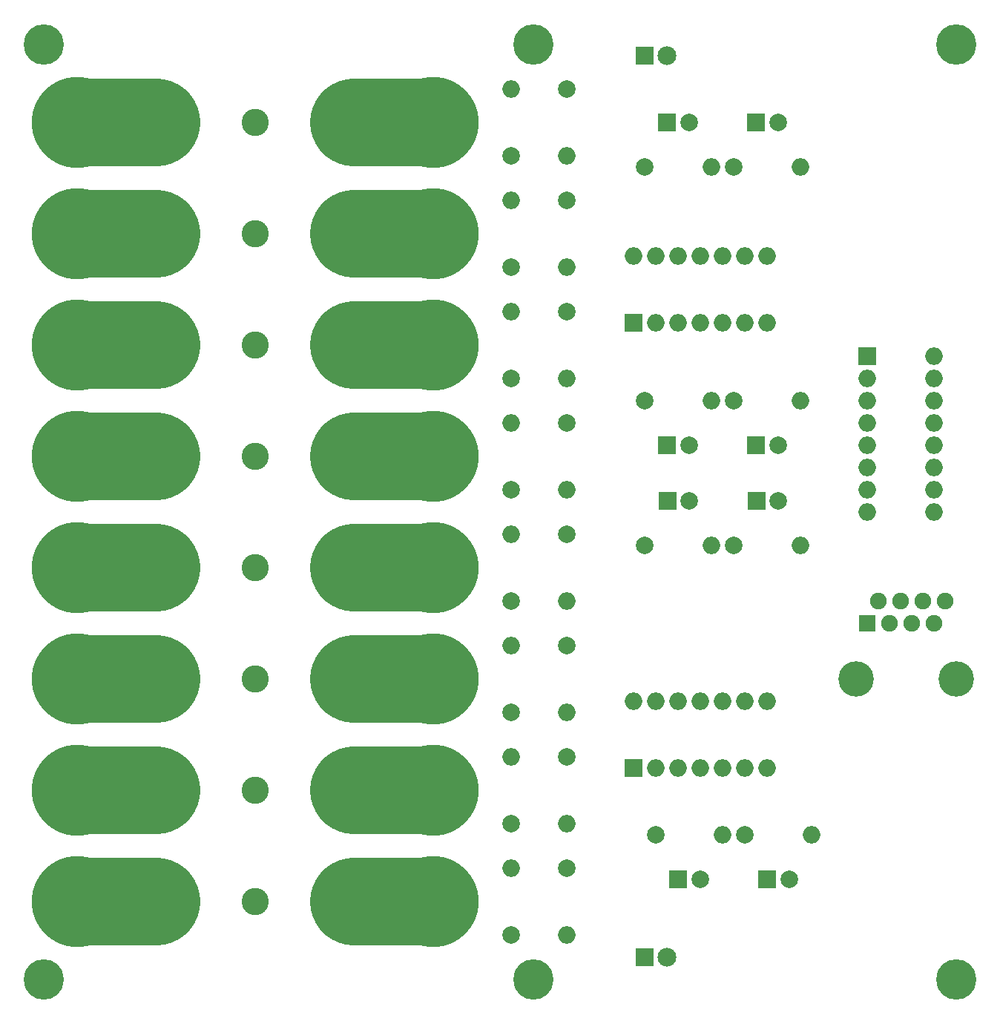
<source format=gbr>
G04 #@! TF.FileFunction,Soldermask,Bot*
%FSLAX46Y46*%
G04 Gerber Fmt 4.6, Leading zero omitted, Abs format (unit mm)*
G04 Created by KiCad (PCBNEW 4.0.7) date 01/04/18 11:03:44*
%MOMM*%
%LPD*%
G01*
G04 APERTURE LIST*
%ADD10C,0.100000*%
%ADD11C,10.000000*%
%ADD12C,4.600000*%
%ADD13C,3.400000*%
%ADD14C,3.100000*%
%ADD15C,4.050000*%
%ADD16R,1.900000X1.900000*%
%ADD17C,1.900000*%
%ADD18R,2.000000X2.000000*%
%ADD19O,2.000000X2.000000*%
%ADD20C,10.400000*%
%ADD21C,2.000000*%
%ADD22R,2.150000X2.150000*%
%ADD23C,2.150000*%
G04 APERTURE END LIST*
D10*
D11*
X7620000Y12700000D02*
X16690000Y12700000D01*
X7620000Y25400000D02*
X16690000Y25400000D01*
X7620000Y38100000D02*
X16690000Y38100000D01*
X7620000Y50800000D02*
X16690000Y50800000D01*
X7620000Y63500000D02*
X16690000Y63500000D01*
X7620000Y76200000D02*
X16690000Y76200000D01*
X7620000Y88900000D02*
X16690000Y88900000D01*
X7620000Y101600000D02*
X16690000Y101600000D01*
X39190000Y63500000D02*
X48260000Y63500000D01*
X39190000Y12700000D02*
X48260000Y12700000D01*
X39190000Y25400000D02*
X48260000Y25400000D01*
X39190000Y38100000D02*
X48260000Y38100000D01*
X39190000Y50800000D02*
X48260000Y50800000D01*
X39190000Y76200000D02*
X48260000Y76200000D01*
X39190000Y88900000D02*
X48260000Y88900000D01*
X39190000Y101600000D02*
X48260000Y101600000D01*
D12*
X59690000Y3810000D03*
X59690000Y110490000D03*
X3810000Y110490000D03*
X107950000Y110490000D03*
X107950000Y3810000D03*
D13*
X39190000Y88900000D03*
X16690000Y88900000D03*
D14*
X27940000Y88900000D03*
D13*
X39190000Y101600000D03*
X16690000Y101600000D03*
D14*
X27940000Y101600000D03*
D15*
X107950000Y38100000D03*
X96520000Y38100000D03*
D16*
X97790000Y44450000D03*
D17*
X99060000Y46990000D03*
X100330000Y44450000D03*
X101600000Y46990000D03*
X102870000Y44450000D03*
X104140000Y46990000D03*
X105410000Y44450000D03*
X106680000Y46990000D03*
D18*
X97790000Y74930000D03*
D19*
X105410000Y57150000D03*
X97790000Y72390000D03*
X105410000Y59690000D03*
X97790000Y69850000D03*
X105410000Y62230000D03*
X97790000Y67310000D03*
X105410000Y64770000D03*
X97790000Y64770000D03*
X105410000Y67310000D03*
X97790000Y62230000D03*
X105410000Y69850000D03*
X97790000Y59690000D03*
X105410000Y72390000D03*
X97790000Y57150000D03*
X105410000Y74930000D03*
D13*
X39190000Y63500000D03*
X16690000Y63500000D03*
D14*
X27940000Y63500000D03*
D20*
X48260000Y88900000D03*
D18*
X71120000Y27940000D03*
D19*
X86360000Y35560000D03*
X73660000Y27940000D03*
X83820000Y35560000D03*
X76200000Y27940000D03*
X81280000Y35560000D03*
X78740000Y27940000D03*
X78740000Y35560000D03*
X81280000Y27940000D03*
X76200000Y35560000D03*
X83820000Y27940000D03*
X73660000Y35560000D03*
X86360000Y27940000D03*
X71120000Y35560000D03*
D20*
X7620000Y63500000D03*
X48260000Y76200000D03*
X48260000Y63500000D03*
X7620000Y50800000D03*
X7620000Y38100000D03*
X7620000Y25400000D03*
D21*
X57150000Y59690000D03*
D19*
X57150000Y67310000D03*
D21*
X63500000Y67310000D03*
D19*
X63500000Y59690000D03*
D21*
X57150000Y72390000D03*
D19*
X57150000Y80010000D03*
D21*
X63500000Y80010000D03*
D19*
X63500000Y72390000D03*
D21*
X57150000Y85090000D03*
D19*
X57150000Y92710000D03*
D21*
X63500000Y92710000D03*
D19*
X63500000Y85090000D03*
D21*
X57150000Y97790000D03*
D19*
X57150000Y105410000D03*
D21*
X63500000Y105410000D03*
D19*
X63500000Y97790000D03*
D21*
X57150000Y8890000D03*
D19*
X57150000Y16510000D03*
D21*
X63500000Y16510000D03*
D19*
X63500000Y8890000D03*
D21*
X57150000Y21590000D03*
D19*
X57150000Y29210000D03*
D21*
X63500000Y29210000D03*
D19*
X63500000Y21590000D03*
D21*
X57150000Y34290000D03*
D19*
X57150000Y41910000D03*
D21*
X63500000Y41910000D03*
D19*
X63500000Y34290000D03*
D21*
X57150000Y46990000D03*
D19*
X57150000Y54610000D03*
D21*
X63500000Y54610000D03*
D19*
X63500000Y46990000D03*
D18*
X71120000Y78740000D03*
D19*
X86360000Y86360000D03*
X73660000Y78740000D03*
X83820000Y86360000D03*
X76200000Y78740000D03*
X81280000Y86360000D03*
X78740000Y78740000D03*
X78740000Y86360000D03*
X81280000Y78740000D03*
X76200000Y86360000D03*
X83820000Y78740000D03*
X73660000Y86360000D03*
X86360000Y78740000D03*
X71120000Y86360000D03*
D13*
X39190000Y76200000D03*
X16690000Y76200000D03*
D14*
X27940000Y76200000D03*
D13*
X39190000Y50800000D03*
X16690000Y50800000D03*
D14*
X27940000Y50800000D03*
D13*
X39190000Y38100000D03*
X16690000Y38100000D03*
D14*
X27940000Y38100000D03*
D13*
X39190000Y25400000D03*
X16690000Y25400000D03*
D14*
X27940000Y25400000D03*
D13*
X39190000Y12700000D03*
X16690000Y12700000D03*
D14*
X27940000Y12700000D03*
D20*
X48260000Y25400000D03*
X48260000Y12700000D03*
X7620000Y101600000D03*
X7620000Y88900000D03*
X7620000Y76200000D03*
X48260000Y101600000D03*
X7620000Y12700000D03*
X48260000Y50800000D03*
X48260000Y38100000D03*
D12*
X3810000Y3810000D03*
D18*
X85090000Y64770000D03*
D21*
X87590000Y64770000D03*
D18*
X74930000Y64770000D03*
D21*
X77430000Y64770000D03*
D18*
X74930000Y101600000D03*
D21*
X77430000Y101600000D03*
D18*
X85090000Y101600000D03*
D21*
X87590000Y101600000D03*
D18*
X86360000Y15240000D03*
D21*
X88860000Y15240000D03*
D18*
X76200000Y15240000D03*
D21*
X78700000Y15240000D03*
D18*
X74970000Y58420000D03*
D21*
X77470000Y58420000D03*
D18*
X85130000Y58420000D03*
D21*
X87630000Y58420000D03*
D22*
X72390000Y109220000D03*
D23*
X74890000Y109220000D03*
D21*
X82550000Y69850000D03*
D19*
X90170000Y69850000D03*
D21*
X72390000Y69850000D03*
D19*
X80010000Y69850000D03*
D21*
X72390000Y96520000D03*
D19*
X80010000Y96520000D03*
D21*
X82550000Y96520000D03*
D19*
X90170000Y96520000D03*
D21*
X83820000Y20320000D03*
D19*
X91440000Y20320000D03*
D21*
X73660000Y20320000D03*
D19*
X81280000Y20320000D03*
D21*
X72390000Y53340000D03*
D19*
X80010000Y53340000D03*
D21*
X82550000Y53340000D03*
D19*
X90170000Y53340000D03*
D22*
X72390000Y6350000D03*
D23*
X74890000Y6350000D03*
M02*

</source>
